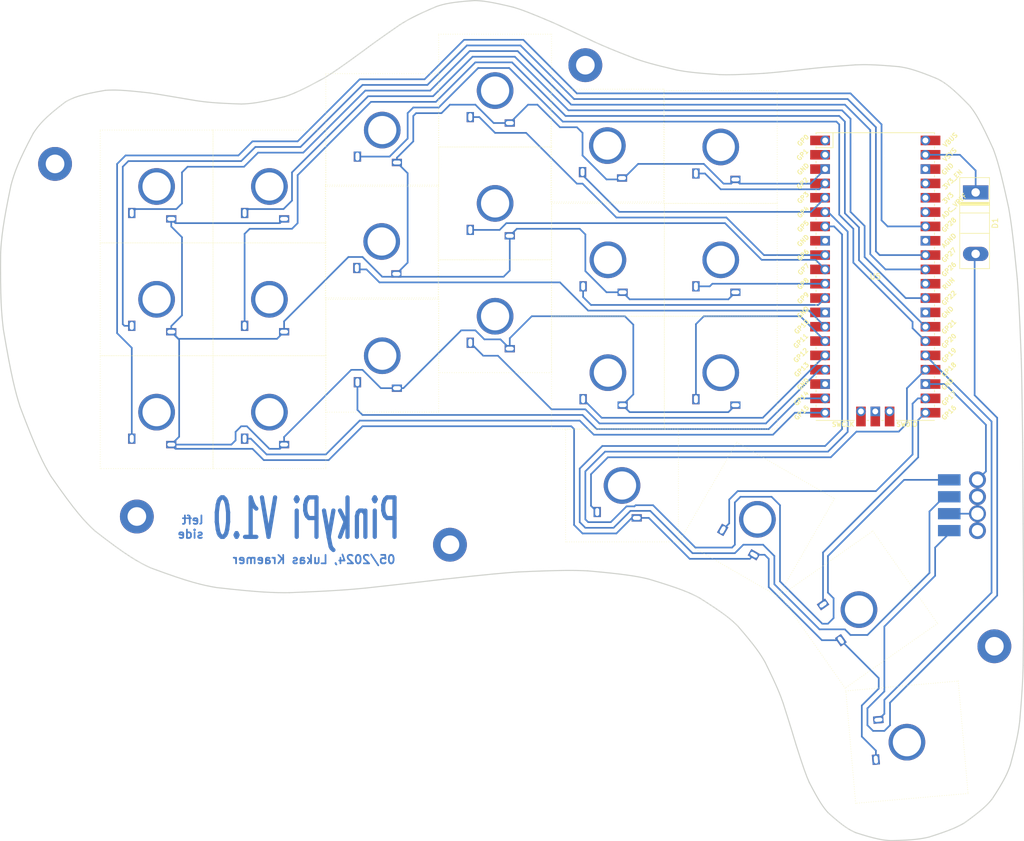
<source format=kicad_pcb>
(kicad_pcb (version 20240108) (generator "pcbnew") (generator_version "8.0")
  (layers (0 "F.Cu" signal) (31 "B.Cu" signal) (34 "B.Paste" user) (35 "F.Paste" user) (36 "B.SilkS" user "B.Silkscreen") (37 "F.SilkS" user "F.Silkscreen") (38 "B.Mask" user) (39 "F.Mask" user) (44 "Edge.Cuts" user))
  (net 0 "")
  (net 1 "Net-(D1-K)")
  (net 2 "Net-(D1-A)")
  (net 3 "GND")
  (net 4 "/L1")
  (net 5 "/L4")
  (net 6 "/L7")
  (net 7 "/L10")
  (net 8 "/L2")
  (net 9 "/L3")
  (net 10 "/L11")
  (net 11 "/L17")
  (net 12 "/L18")
  (net 13 "/L5")
  (net 14 "Net-(U23-RX)")
  (net 16 "/L12")
  (net 17 "Net-(U23-TX)")
  (net 18 "/L20")
  (net 19 "/L6")
  (net 22 "/L22")
  (net 23 "/L15")
  (net 29 "/L16")
  (net 31 "/L13")
  (net 32 "/L8")
  (net 33 "/L9")
  (net 34 "/L14")
  (net 35 "/L19")
  (net 38 "/L21")
  (footprint "1:Gateron Switch Footprint" (layer "F.Cu") (at 148.4 41.75)
    (property "Reference" "U7" (hide yes))
    (property "Value" "~" (hide yes))
  )
  (footprint "1:Gateron Switch Footprint" (layer "F.Cu") (at 128.5 52)
    (property "Reference" "U2" (hide yes))
    (property "Value" "~" (hide yes))
  )
  (footprint "1:Gateron Switch Footprint" (layer "F.Cu") (at 68.5 69)
    (property "Reference" "U18" (hide yes))
    (property "Value" "~" (hide yes))
  )
  (footprint "MCU_RaspberryPi_and_Boards:RPi_Pico_SMD_TH" (layer "F.Cu") (at 195.89 64.97)
    (property "Reference" "U5")
    (property "Value" "Pico")
  )
  (footprint "1:Gateron Switch Footprint" (layer "F.Cu") (at 168.5 42)
    (property "Reference" "U1" (hide yes))
    (property "Value" "~" (hide yes))
  )
  (footprint "1:Gateron Switch Footprint" (layer "F.Cu") (at 68.5 49)
    (property "Reference" "U21" (hide yes))
    (property "Value" "~" (hide yes))
  )
  (footprint "1:Gateron Switch Footprint" (layer "F.Cu") (at 128.5 32)
    (property "Reference" "U12" (hide yes))
    (property "Value" "~" (hide yes))
  )
  (footprint "1:Gateron Switch Footprint" (layer "F.Cu") (at 151 102)
    (property "Reference" "U16" (hide yes))
    (property "Value" "~" (hide yes))
  )
  (footprint "1:Gateron Switch Footprint" (layer "F.Cu") (at 88.5 89)
    (property "Reference" "U11" (hide yes))
    (property "Value" "~" (hide yes))
  )
  (footprint "1:Gateron Switch Footprint" (layer "F.Cu") (at 88.5 69)
    (property "Reference" "U3" (hide yes))
    (property "Value" "~" (hide yes))
  )
  (footprint "1:Gateron Switch Footprint" (layer "F.Cu") (at 88.5 49)
    (property "Reference" "U22" (hide yes))
    (property "Value" "~" (hide yes))
  )
  (footprint "1:Gateron Switch Footprint" (layer "F.Cu") (at 148.5 62)
    (property "Reference" "U13" (hide yes))
    (property "Value" "~" (hide yes))
  )
  (footprint "1:Gateron Switch Footprint" (layer "F.Cu") (at 108.4 58.75)
    (property "Reference" "U9" (hide yes))
    (property "Value" "~" (hide yes))
  )
  (footprint "1:Gateron Switch Footprint" (layer "F.Cu") (at 175 108 -30)
    (property "Reference" "U24" (hide yes))
    (property "Value" "~" (hide yes))
  )
  (footprint "1:Gateron Switch Footprint" (layer "F.Cu") (at 201.5 147.5 -85)
    (property "Reference" "U19" (hide yes))
    (property "Value" "~" (hide yes))
  )
  (footprint "AAA:Communication Port" (layer "F.Cu") (at 214 110 90)
    (property "Reference" "U23" (hide yes))
    (property "Value" "~")
  )
  (footprint "1:Gateron Switch Footprint" (layer "F.Cu") (at 168.5 62)
    (property "Reference" "U8" (hide yes))
    (property "Value" "~" (hide yes))
  )
  (footprint "1:Gateron Switch Footprint" (layer "F.Cu") (at 68.5 89)
    (property "Reference" "U20" (hide yes))
    (property "Value" "~" (hide yes))
  )
  (footprint "1:Gateron Switch Footprint" (layer "F.Cu") (at 128.5 72)
    (property "Reference" "U10" (hide yes))
    (property "Value" "~" (hide yes))
  )
  (footprint "1:Gateron Switch Footprint" (layer "F.Cu") (at 108.5 39)
    (property "Reference" "U15" (hide yes))
    (property "Value" "~" (hide yes))
  )
  (footprint "1:Gateron Switch Footprint" (layer "F.Cu") (at 193 124 -55)
    (property "Reference" "U17" (hide yes))
    (property "Value" "~" (hide yes))
  )
  (footprint "1:Gateron Switch Footprint" (layer "F.Cu") (at 108.5 79)
    (property "Reference" "U6" (hide yes))
    (property "Value" "~" (hide yes))
  )
  (footprint "1:Gateron Switch Footprint" (layer "F.Cu") (at 148.5 82)
    (property "Reference" "U4" (hide yes))
    (property "Value" "~" (hide yes))
  )
  (footprint "Diode_THT:D_DO-247_Vertical" (layer "F.Cu") (at 213.68 50.05 -90)
    (property "Reference" "D1")
    (property "Value" "STBR3008WY")
  )
  (footprint "1:Gateron Switch Footprint" (layer "F.Cu") (at 168.5 82)
    (property "Reference" "U14" (hide yes))
    (property "Value" "~" (hide yes))
  )
  (gr_curve (pts (xy 222.00899 94.321869) (xy 222.034041 97.276011) (xy 222.051866 100.214991) (xy 222.094988 108.799416)) (stroke (width 0.2)) (layer "Edge.Cuts"))
  (gr_curve (pts (xy 216.626955 157.534193) (xy 215.813143 158.556796) (xy 214.911706 159.493065) (xy 211.71169 161.791583)) (stroke (width 0.2)) (layer "Edge.Cuts"))
  (gr_curve (pts (xy 184.189751 154.638119) (xy 183.645549 153.406595) (xy 183.152622 152.107218) (xy 181.833413 147.915787)) (stroke (width 0.2)) (layer "Edge.Cuts"))
  (gr_curve (pts (xy 200.117946 27.763765) (xy 201.595836 27.988144) (xy 203.030844 28.306958) (xy 207.004283 29.957497)) (stroke (width 0.2)) (layer "Edge.Cuts"))
  (gr_curve (pts (xy 49.755091 100.34476) (xy 48.423474 98.117396) (xy 47.210558 95.758903) (xy 44.30954 88.071687)) (stroke (width 0.2)) (layer "Edge.Cuts"))
  (gr_curve (pts (xy 111.585905 20.361302) (xy 112.88338 19.530028) (xy 114.181888 18.76982) (xy 118.116492 17.093231)) (stroke (width 0.2)) (layer "Edge.Cuts"))
  (gr_curve (pts (xy 146.055974 23.342856) (xy 147.501724 24.005019) (xy 148.95017 24.647737) (xy 153.317 26.337558)) (stroke (width 0.2)) (layer "Edge.Cuts"))
  (gr_curve (pts (xy 219.520675 52.734884) (xy 219.936836 55.0616) (xy 220.293108 57.502455) (xy 221.059983 65.390359)) (stroke (width 0.2)) (layer "Edge.Cuts"))
  (gr_curve (pts (xy 171.507772 126.905143) (xy 170.34299 125.745375) (xy 169.075879 124.655531) (xy 164.641475 121.874957)) (stroke (width 0.2)) (layer "Edge.Cuts"))
  (gr_curve (pts (xy 155.705924 118.582581) (xy 153.72182 118.109519) (xy 151.643568 117.729816) (xy 144.9023 117.132426)) (stroke (width 0.2)) (layer "Edge.Cuts"))
  (gr_curve (pts (xy 176.353742 133.317232) (xy 175.568111 131.930866) (xy 174.698286 130.586405) (xy 171.507772 126.905143)) (stroke (width 0.2)) (layer "Edge.Cuts"))
  (gr_curve (pts (xy 131.755785 17.230996) (xy 133.161458 17.65528) (xy 134.575817 18.159611) (xy 138.857459 19.99091)) (stroke (width 0.2)) (layer "Edge.Cuts"))
  (gr_curve (pts (xy 219.833688 151.54025) (xy 219.358367 152.919328) (xy 218.804873 154.206028) (xy 216.626955 157.534193)) (stroke (width 0.2)) (layer "Edge.Cuts"))
  (gr_curve (pts (xy 42.702107 48.718312) (xy 43.291485 46.562946) (xy 43.986258 44.553352) (xy 46.649941 39.554381)) (stroke (width 0.2)) (layer "Edge.Cuts"))
  (gr_curve (pts (xy 222.096978 133.90677) (xy 222.047971 136.062329) (xy 221.973069 138.120361) (xy 221.5014 143.699358)) (stroke (width 0.2)) (layer "Edge.Cuts"))
  (gr_curve (pts (xy 184.254311 28.129714) (xy 185.888634 27.951895) (xy 187.524554 27.779899) (xy 192.379014 27.443583)) (stroke (width 0.2)) (layer "Edge.Cuts"))
  (gr_curve (pts (xy 138.857459 19.99091) (xy 140.289749 20.63669) (xy 141.726718 21.31195) (xy 146.055974 23.342856)) (stroke (width 0.2)) (layer "Edge.Cuts"))
  (gr_curve (pts (xy 91.189372 33.082971) (xy 92.670694 32.601703) (xy 94.125455 32.011389) (xy 98.340287 29.69199)) (stroke (width 0.2)) (layer "Edge.Cuts"))
  (gr_curve (pts (xy 40.853813 60.752709) (xy 40.995689 58.137881) (xy 41.255047 55.603717) (xy 42.702107 48.718312)) (stroke (width 0.2)) (layer "Edge.Cuts"))
  (gr_curve (pts (xy 192.410138 163.533472) (xy 191.282158 163.03765) (xy 190.225181 162.43568) (xy 187.539921 160.018086)) (stroke (width 0.2)) (layer "Edge.Cuts"))
  (gr_curve (pts (xy 221.5014 143.699358) (xy 221.293358 145.460519) (xy 221.031386 147.123573) (xy 219.833688 151.54025)) (stroke (width 0.2)) (layer "Edge.Cuts"))
  (gr_curve (pts (xy 79.113508 120.091021) (xy 76.64397 119.6761) (xy 74.237146 119.131457) (xy 67.475914 116.614129)) (stroke (width 0.2)) (layer "Edge.Cuts"))
  (gr_curve (pts (xy 75.445861 33.777068) (xy 77.085698 34.023762) (xy 78.719344 34.230936) (xy 83.52451 34.382761)) (stroke (width 0.2)) (layer "Edge.Cuts"))
  (gr_curve (pts (xy 52.356234 33.998208) (xy 53.645984 33.258153) (xy 55.00242 32.698371) (xy 59.390087 31.960679)) (stroke (width 0.2)) (layer "Edge.Cuts"))
  (gr_curve (pts (xy 105.070338 25.008184) (xy 106.387046 24.027206) (xy 107.692929 23.047992) (xy 111.585905 20.361302)) (stroke (width 0.2)) (layer "Edge.Cuts"))
  (gr_curve (pts (xy 105.595282 120.178315) (xy 102.843361 120.450393) (xy 100.098184 120.685715) (xy 92 121)) (stroke (width 0.2)) (layer "Edge.Cuts"))
  (gr_curve (pts (xy 153.317 26.337558) (xy 154.777502 26.852452) (xy 156.243414 27.316671) (xy 160.69077 28.353571)) (stroke (width 0.2)) (layer "Edge.Cuts"))
  (gr_curve (pts (xy 187.539921 160.018086) (xy 186.725245 159.115494) (xy 185.989698 158.118373) (xy 184.189751 154.638119)) (stroke (width 0.2)) (layer "Edge.Cuts"))
  (gr_curve (pts (xy 181.833413 147.915787) (xy 181.403354 146.482214) (xy 180.977215 145.016452) (xy 179.549262 140.554811)) (stroke (width 0.2)) (layer "Edge.Cuts"))
  (gr_curve (pts (xy 164.641475 121.874957) (xy 163.058311 121.034698) (xy 161.370632 120.282385) (xy 155.705924 118.582581)) (stroke (width 0.2)) (layer "Edge.Cuts"))
  (gr_curve (pts (xy 132.611346 117.326116) (xy 130.035964 117.498785) (xy 127.410585 117.727864) (xy 119.325104 118.621512)) (stroke (width 0.2)) (layer "Edge.Cuts"))
  (gr_curve (pts (xy 119.325104 118.621512) (xy 116.604473 118.938431) (xy 113.861549 119.269058) (xy 105.595282 120.178315)) (stroke (width 0.2)) (layer "Edge.Cuts"))
  (gr_curve (pts (xy 216.792937 42.340703) (xy 217.47625 44.154606) (xy 218.087178 46.108135) (xy 219.520675 52.734884)) (stroke (width 0.2)) (layer "Edge.Cuts"))
  (gr_curve (pts (xy 192.379014 27.443583) (xy 193.980733 27.376751) (xy 195.56342 27.360281) (xy 200.117946 27.763765)) (stroke (width 0.2)) (layer "Edge.Cuts"))
  (gr_curve (pts (xy 198.640685 164.951013) (xy 197.304904 164.877831) (xy 195.997897 164.701315) (xy 192.410138 163.533472)) (stroke (width 0.2)) (layer "Edge.Cuts"))
  (gr_curve (pts (xy 92 121) (xy 89.333049 121.022884) (xy 86.701678 120.958579) (xy 79.113508 120.091021)) (stroke (width 0.2)) (layer "Edge.Cuts"))
  (gr_curve (pts (xy 205.427 164.312374) (xy 204.084871 164.634715) (xy 202.716915 164.863049) (xy 198.640685 164.951013)) (stroke (width 0.2)) (layer "Edge.Cuts"))
  (gr_curve (pts (xy 41.346003 74.379506) (xy 41.002854 71.595507) (xy 40.783774 68.814585) (xy 40.853813 60.752709)) (stroke (width 0.2)) (layer "Edge.Cuts"))
  (gr_curve (pts (xy 124.825774 16.045334) (xy 126.190243 16.072125) (xy 127.566136 16.21344) (xy 131.755785 17.230996)) (stroke (width 0.2)) (layer "Edge.Cuts"))
  (gr_curve (pts (xy 57.562858 110.04791) (xy 55.779983 108.412945) (xy 54.102899 106.618451) (xy 49.755091 100.34476)) (stroke (width 0.2)) (layer "Edge.Cuts"))
  (gr_curve (pts (xy 222.094988 108.799416) (xy 222.109278 111.609285) (xy 222.123683 114.363576) (xy 222.162179 122.184449)) (stroke (width 0.2)) (layer "Edge.Cuts"))
  (gr_curve (pts (xy 207.004283 29.957497) (xy 208.267019 30.633983) (xy 209.466126 31.439804) (xy 212.634274 34.707634)) (stroke (width 0.2)) (layer "Edge.Cuts"))
  (gr_curve (pts (xy 212.634274 34.707634) (xy 213.616061 35.942512) (xy 214.523099 37.323567) (xy 216.792937 42.340703)) (stroke (width 0.2)) (layer "Edge.Cuts"))
  (gr_curve (pts (xy 221.764791 79.55014) (xy 221.847809 82.474077) (xy 221.908092 85.42867) (xy 222.00899 94.321869)) (stroke (width 0.2)) (layer "Edge.Cuts"))
  (gr_curve (pts (xy 98.340287 29.69199) (xy 99.722763 28.845403) (xy 101.083736 27.932034) (xy 105.070338 25.008184)) (stroke (width 0.2)) (layer "Edge.Cuts"))
  (gr_curve (pts (xy 222.162179 122.184449) (xy 222.171239 124.709216) (xy 222.175036 127.149451) (xy 222.096978 133.90677)) (stroke (width 0.2)) (layer "Edge.Cuts"))
  (gr_curve (pts (xy 179.549262 140.554811) (xy 179.031659 139.069829) (xy 178.467306 137.591297) (xy 176.353742 133.317232)) (stroke (width 0.2)) (layer "Edge.Cuts"))
  (gr_curve (pts (xy 118.116492 17.093231) (xy 119.436965 16.646812) (xy 120.766965 16.315332) (xy 124.825774 16.045334)) (stroke (width 0.2)) (layer "Edge.Cuts"))
  (gr_curve (pts (xy 83.52451 34.382761) (xy 85.105818 34.337861) (xy 86.665541 34.193275) (xy 91.189372 33.082971)) (stroke (width 0.2)) (layer "Edge.Cuts"))
  (gr_curve (pts (xy 221.059983 65.390359) (xy 221.271653 68.100188) (xy 221.441516 70.885794) (xy 221.764791 79.55014)) (stroke (width 0.2)) (layer "Edge.Cuts"))
  (gr_curve (pts (xy 67.475914 116.614129) (xy 65.306367 115.62042) (xy 63.22344 114.470296) (xy 57.562858 110.04791)) (stroke (width 0.2)) (layer "Edge.Cuts"))
  (gr_curve (pts (xy 44.30954 88.071687) (xy 43.466888 85.429225) (xy 42.748877 82.714448) (xy 41.346003 74.379506)) (stroke (width 0.2)) (layer "Edge.Cuts"))
  (gr_curve (pts (xy 144.9023 117.132426) (xy 142.57788 117.019024) (xy 140.17864 116.989314) (xy 132.611346 117.326116)) (stroke (width 0.2)) (layer "Edge.Cuts"))
  (gr_curve (pts (xy 59.390087 31.960679) (xy 60.897096 31.850131) (xy 62.445676 31.866911) (xy 67.254675 32.420555)) (stroke (width 0.2)) (layer "Edge.Cuts"))
  (gr_curve (pts (xy 46.649941 39.554381) (xy 47.628295 38.069734) (xy 48.694948 36.768949) (xy 52.356234 33.998208)) (stroke (width 0.2)) (layer "Edge.Cuts"))
  (gr_curve (pts (xy 211.71169 161.791583) (xy 210.570372 162.472161) (xy 209.358014 163.06667) (xy 205.427 164.312374)) (stroke (width 0.2)) (layer "Edge.Cuts"))
  (gr_curve (pts (xy 67.254675 32.420555) (xy 68.876448 32.659852) (xy 70.514274 32.944142) (xy 75.445861 33.777068)) (stroke (width 0.2)) (layer "Edge.Cuts"))
  (gr_curve (pts (xy 176.14507 28.946479) (xy 177.746929 28.821896) (xy 179.361662 28.666758) (xy 184.254311 28.129714)) (stroke (width 0.2)) (layer "Edge.Cuts"))
  (gr_curve (pts (xy 160.69077 28.353571) (xy 162.183385 28.638061) (xy 163.686745 28.861289) (xy 168.276806 29.174421)) (stroke (width 0.2)) (layer "Edge.Cuts"))
  (gr_curve (pts (xy 168.276806 29.174421) (xy 169.821188 29.223308) (xy 171.38013 29.218453) (xy 176.14507 28.946479)) (stroke (width 0.2)) (layer "Edge.Cuts"))
  (gr_text "05/2024, Lukas Kraemer" (at 111 116 0) (layer "B.Cu") (effects (font (size 1.5 1.5) (thickness 0.3) (bold yes)) (justify left bottom mirror)))
  (gr_text "side" (at 77 111.5 0) (layer "B.Cu") (effects (font (size 1.5 1.5) (thickness 0.3) (bold yes)) (justify left bottom mirror)))
  (gr_text "left" (at 77 109 0) (layer "B.Cu") (effects (font (size 1.5 1.5) (thickness 0.3) (bold yes)) (justify left bottom mirror)))
  (gr_text "PinkyPi V1.0" (at 112 112 0) (layer "B.Cu") (effects (font (size 7 3.5) (thickness 0.75) (bold yes)) (justify left bottom mirror)))
  (via (at 65 107.5) (size 6) (drill 3.3) (layers "F.Cu" "B.Cu") (net 0))
  (via (at 144.5 27.5) (size 6) (drill 3.3) (layers "F.Cu" "B.Cu") (net 0))
  (via (at 50.5 45) (size 6) (drill 3.3) (layers "F.Cu" "B.Cu") (net 0))
  (via (at 217 130.5) (size 6) (drill 3.3) (layers "F.Cu" "B.Cu") (net 0))
  (via (at 120.5 112.5) (size 6) (drill 3.3) (layers "F.Cu" "B.Cu") (net 0))
  (segment (start 213.68 46.18) (end 210.88 43.38) (width 0.3) (layer "B.Cu") (net 1))
  (segment (start 213.68 50.05) (end 213.68 46.18) (width 0.3) (layer "B.Cu") (net 1))
  (segment (start 210.88 43.38) (end 204.78 43.38) (width 0.3) (layer "B.Cu") (net 1))
  (segment (start 217.5 121.5) (end 198.5 140.5) (width 0.3) (layer "B.Cu") (net 2))
  (segment (start 213.5 86) (end 217.5 90) (width 0.3) (layer "B.Cu") (net 2))
  (segment (start 194.5 144.5) (end 194.5 141.5) (width 0.3) (layer "B.Cu") (net 2))
  (segment (start 206.5 118) (end 206.5 113) (width 0.3) (layer "B.Cu") (net 2))
  (segment (start 195.5 145.5) (end 194.5 144.5) (width 0.3) (layer "B.Cu") (net 2))
  (segment (start 197.5 145.5) (end 195.5 145.5) (width 0.3) (layer "B.Cu") (net 2))
  (segment (start 213.68 60.95) (end 213.5 61.13) (width 0.3) (layer "B.Cu") (net 2))
  (segment (start 198.5 140.5) (end 198.5 144.5) (width 0.3) (layer "B.Cu") (net 2))
  (segment (start 217.5 90) (end 217.5 121.5) (width 0.3) (layer "B.Cu") (net 2))
  (segment (start 197.5 138.5) (end 197.5 127) (width 0.3) (layer "B.Cu") (net 2))
  (segment (start 197.5 127) (end 206.5 118) (width 0.3) (layer "B.Cu") (net 2))
  (segment (start 198.5 144.5) (end 197.5 145.5) (width 0.3) (layer "B.Cu") (net 2))
  (segment (start 209 110.5) (end 209 110) (width 0.3) (layer "B.Cu") (net 2))
  (segment (start 194.5 141.5) (end 197.5 138.5) (width 0.3) (layer "B.Cu") (net 2))
  (segment (start 213.5 61.13) (end 213.5 86) (width 0.3) (layer "B.Cu") (net 2))
  (segment (start 206.5 113) (end 209 110.5) (width 0.3) (layer "B.Cu") (net 2))
  (segment (start 91.1 94.75) (end 90.35 95.5) (width 0.3) (layer "B.Cu") (net 3))
  (segment (start 71.1 74.75) (end 71.1 73.75) (width 0.3) (layer "B.Cu") (net 3))
  (segment (start 88.5 95.5) (end 84.5 91.5) (width 0.3) (layer "B.Cu") (net 3))
  (segment (start 152.75 107.75) (end 150 110.5) (width 0.3) (layer "B.Cu") (net 3))
  (segment (start 155.75 107.75) (end 153.6 107.75) (width 0.3) (layer "B.Cu") (net 3))
  (segment (start 105 91.5) (end 99 97.5) (width 0.3) (layer "B.Cu") (net 3))
  (segment (start 73 71.85) (end 73 58) (width 0.3) (layer "B.Cu") (net 3))
  (segment (start 119 36) (end 114.5 36) (width 0.3) (layer "B.Cu") (net 3))
  (segment (start 215.5 91.25) (end 208.27 84.02) (width 0.3) (layer "B.Cu") (net 3))
  (segment (start 135 72) (end 131.1 75.9) (width 0.3) (layer "B.Cu") (net 3))
  (segment (start 108.5 65) (end 105 61.5) (width 0.3) (layer "B.Cu") (net 3))
  (segment (start 171.1 67.75) (end 169.85 69) (width 0.3) (layer "B.Cu") (net 3))
  (segment (start 144 43.5) (end 144 39.5) (width 0.3) (layer "B.Cu") (net 3))
  (segment (start 187 45.92) (end 184.42 48.5) (width 0.3) (layer "B.Cu") (net 3))
  (segment (start 169 48.5) (end 165.5 45) (width 0.3) (layer "B.Cu") (net 3))
  (segment (start 87.5 97.5) (end 85.5 95.5) (width 0.3) (layer "B.Cu") (net 3))
  (segment (start 195.998486 148.998486) (end 193.5 146.5) (width 0.3) (layer "B.Cu") (net 3))
  (segment (start 142.5 92) (end 142 91.5) (width 0.3) (layer "B.Cu") (net 3))
  (segment (start 144 39.5) (end 143 38.5) (width 0.3) (layer "B.Cu") (net 3))
  (segment (start 186.42786 129.42786) (end 189.781174 129.42786) (width 0.3) (layer "B.Cu") (net 3))
  (segment (start 126.6 76.1) (end 125 74.5) (width 0.3) (layer "B.Cu") (net 3))
  (segment (start 144.5 57.5) (end 143.5 56.5) (width 0.3) (layer "B.Cu") (net 3))
  (segment (start 71.85 95.5) (end 71.1 94.75) (width 0.3) (layer "B.Cu") (net 3))
  (segment (start 170.35 48.5) (end 169 48.5) (width 0.3) (layer "B.Cu") (net 3))
  (segment (start 114 41) (end 111.1 43.9) (width 0.3) (layer "B.Cu") (net 3))
  (segment (start 196.5 136.146686) (end 189.781174 129.42786) (width 0.3) (layer "B.Cu") (net 3))
  (segment (start 163 115) (end 155.75 107.75) (width 0.3) (layer "B.Cu") (net 3))
  (segment (start 120.5 34.5) (end 119 36) (width 0.3) (layer "B.Cu") (net 3))
  (segment (start 89.85 76) (end 72.35 76) (width 0.3) (layer "B.Cu") (net 3))
  (segment (start 71.1 74.75) (end 72.5 76.15) (width 0.3) (layer "B.Cu") (net 3))
  (segment (start 71.1 56.1) (end 71.1 54.75) (width 0.3) (layer "B.Cu") (net 3))
  (segment (start 148.25 47.75) (end 144 43.5) (width 0.3) (layer "B.Cu") (net 3))
  (segment (start 91.1 94.75) (end 91.1 93.4) (width 0.3) (layer "B.Cu") (net 3))
  (segment (start 171.1 87.75) (end 169.85 89) (width 0.3) (layer "B.Cu") (net 3))
  (segment (start 131.1 63.9) (end 130 65) (width 0.3) (layer "B.Cu") (net 3))
  (segment (start 193.5 141) (end 196.5 138) (width 0.3) (layer "B.Cu") (net 3))
  (segment (start 131.1 77.75) (end 129.45 76.1) (width 0.3) (layer "B.Cu") (net 3))
  (segment (start 71.1 54.75) (end 71.85 55.5) (width 0.3) (layer "B.Cu") (net 3))
  (segment (start 72.5 76.15) (end 72.5 93.35) (width 0.3) (layer "B.Cu") (net 3))
  (segment (start 72.5 93.35) (end 71.1 94.75) (width 0.3) (layer "B.Cu") (net 3))
  (segment (start 150 110.5) (end 144 110.5) (width 0.3) (layer "B.Cu") (net 3))
  (segment (start 153 85.85) (end 153 73.5) (width 0.3) (layer "B.Cu") (net 3))
  (segment (start 193.5 146.5) (end 193.5 141) (width 0.3) (layer "B.Cu") (net 3))
  (segment (start 152.35 69) (end 151.1 67.75) (width 0.3) (layer "B.Cu") (net 3))
  (segment (start 91.1 72.9) (end 91.1 74.75) (width 0.3) (layer "B.Cu") (net 3))
  (segment (start 102.5 61.5) (end 91.1 72.9) (width 0.3) (layer "B.Cu") (net 3))
  (segment (start 196.5 138) (end 196.5 136.146686) (width 0.3) (layer "B.Cu") (net 3))
  (segment (start 151.5 72) (end 135 72) (width 0.3) (layer "B.Cu") (net 3))
  (segment (start 83.5 91.5) (end 82.5 92.5) (width 0.3) (layer "B.Cu") (net 3))
  (segment (start 176.279646 114.279646) (end 177 115) (width 0.3) (layer "B.Cu") (net 3))
  (segment (start 131.1 57.75) (end 131.1 63.9) (width 0.3) (layer "B.Cu") (net 3))
  (segment (start 73 58) (end 71.1 56.1) (width 0.3) (layer "B.Cu") (net 3))
  (segment (start 91.1 74.75) (end 89.85 76) (width 0.3) (layer "B.Cu") (net 3))
  (segment (start 111.1 43.9) (end 111.1 44.75) (width 0.3) (layer "B.Cu") (net 3))
  (segment (start 195.998486 150.591252) (end 195.998486 148.998486) (width 0.3) (layer "B.Cu") (net 3))
  (segment (start 151.1 87.75) (end 153 85.85) (width 0.3) (layer "B.Cu") (net 3))
  (segment (start 113 46.65) (end 113 62.5) (width 0.3) (layer "B.Cu") (net 3))
  (segment (start 84.5 91.5) (end 83.5 91.5) (width 0.3) (layer "B.Cu") (net 3))
  (segment (start 184.42 48.5) (end 171.85 48.5) (width 0.3) (layer "B.Cu") (net 3))
  (segment (start 214 101) (end 215.5 99.5) (width 0.3) (layer "B.Cu") (net 3))
  (segment (start 208.27 84.02) (end 204.78 84.02) (width 0.3) (layer "B.Cu") (net 3))
  (segment (start 91.1 93.4) (end 103 81.5) (width 0.3) (layer "B.Cu") (net 3))
  (segment (start 134.35 34.5) (end 131.1 37.75) (width 0.3) (layer "B.Cu") (net 3))
  (segment (start 174.376667 114.279646) (end 173.656313 115) (width 0.3) (layer "B.Cu") (net 3))
  (segment (start 173.656313 115) (end 163 115) (width 0.3) (layer "B.Cu") (net 3))
  (segment (start 171.1 47.75) (end 170.35 48.5) (width 0.3) (layer "B.Cu") (net 3))
  (segment (start 82.5 92.5) (end 82.5 94) (width 0.3) (layer "B.Cu") (net 3))
  (segment (start 144.5 64) (end 144.5 57.5) (width 0.3) (layer "B.Cu") (net 3))
  (segment (start 153.85 45) (end 151.1 47.75) (width 0.3) (layer "B.Cu") (net 3))
  (segment (start 111.1 44.75) (end 113 46.65) (width 0.3) (layer "B.Cu") (net 3))
  (segment (start 131.1 37.75) (end 128.25 37.75) (width 0.3) (layer "B.Cu") (net 3))
  (segment (start 142.5 109) (end 142.5 92) (width 0.3) (layer "B.Cu") (net 3))
  (segment (start 103 81.5) (end 105 81.5) (width 0.3) (layer "B.Cu") (net 3))
  (segment (start 81.75 94.75) (end 71.1 94.75) (width 0.3) (layer "B.Cu") (net 3))
  (segment (start 165.5 45) (end 153.85 45) (width 0.3) (layer "B.Cu") (net 3))
  (segment (start 130 65) (end 111.35 65) (width 0.3) (layer "B.Cu") (net 3))
  (segment (start 72.35 76) (end 71.1 74.75) (width 0.3) (layer "B.Cu") (net 3))
  (segment (start 177 120) (end 186.42786 129.42786) (width 0.3) (layer "B.Cu") (net 3))
  (segment (start 151.1 47.75) (end 148.25 47.75) (width 0.3) (layer "B.Cu") (net 3))
  (segment (start 129.45 76.1) (end 126.6 76.1) (width 0.3) (layer "B.Cu") (net 3))
  (segment (start 112.25 84.75) (end 111.1 84.75) (width 0.3) (layer "B.Cu") (net 3))
  (segment (start 111 64.5) (end 110.5 65) (width 0.3) (layer "B.Cu") (net 3))
  (segment (start 152.35 89) (end 151.1 87.75) (width 0.3) (layer "B.Cu") (net 3))
  (segment (start 144 110.5) (end 142.5 109) (width 0.3) (layer "B.Cu") (net 3))
  (segment (start 153.6 107.75) (end 152.75 107.75) (width 0.3) (layer "B.Cu") (net 3))
  (segment (start 151.1 67.75) (end 148.25 67.75) (width 0.3) (layer "B.Cu") (net 3))
  (segment (start 82.5 94) (end 81.75 94.75) (width 0.3) (layer "B.Cu") (net 3))
  (segment (start 177 115) (end 177 120) (width 0.3) (layer "B.Cu") (net 3))
  (segment (start 85.5 95.5) (end 71.85 95.5) (width 0.3) (layer "B.Cu") (net 3))
  (segment (start 111.35 65) (end 111.1 64.75) (width 0.3) (layer "B.Cu") (net 3))
  (segment (start 110.5 65) (end 108.5 65) (width 0.3) (layer "B.Cu") (net 3))
  (segment (start 169.85 69) (end 152.35 69) (width 0.3) (layer "B.Cu") (net 3))
  (segment (start 90.35 55.5) (end 91.1 54.75) (width 0.3) (layer "B.Cu") (net 3))
  (segment (start 143.5 56.5) (end 132.35 56.5) (width 0.3) (layer "B.Cu") (net 3))
  (segment (start 214 101) (end 214 104) (width 0.3) (layer "B.Cu") (net 3))
  (segment (start 99 97.5) (end 87.5 97.5) (width 0.3) (layer "B.Cu") (net 3))
  (segment (start 71.85 55.5) (end 90.35 55.5) (width 0.3) (layer "B.Cu") (net 3))
  (segment (start 214 110) (end 214 107) (width 0.3) (layer "B.Cu") (net 3))
  (segment (start 114 36.5) (end 114 41) (width 0.3) (layer "B.Cu") (net 3))
  (segment (start 125 34.5) (end 120.5 34.5) (width 0.3) (layer "B.Cu") (net 3))
  (segment (start 174.376667 114.279646) (end 176.279646 114.279646) (width 0.3) (layer "B.Cu") (net 3))
  (segment (start 105 61.5) (end 102.5 61.5) (width 0.3) (layer "B.Cu") (net 3))
  (segment (start 142 91.5) (end 105 91.5) (width 0.3) (layer "B.Cu") (net 3))
  (segment (start 113 62.5) (end 111 64.5) (width 0.3) (layer "B.Cu") (net 3))
  (segment (start 215.5 99.5) (end 215.5 91.25) (width 0.3) (layer "B.Cu") (net 3))
  (segment (start 153 73.5) (end 151.5 72) (width 0.3) (layer "B.Cu") (net 3))
  (segment (start 169.85 89) (end 152.35 89) (width 0.3) (layer "B.Cu") (net 3))
  (segment (start 108.25 84.75) (end 111.1 84.75) (width 0.3) (layer "B.Cu") (net 3))
  (segment (start 90.35 95.5) (end 88.5 95.5) (width 0.3) (layer "B.Cu") (net 3))
  (segment (start 114.5 36) (end 114 36.5) (width 0.3) (layer "B.Cu") (net 3))
  (segment (start 209 107) (end 214 107) (width 0.3) (layer "B.Cu") (net 3))
  (segment (start 143 38.5) (end 140 38.5) (width 0.3) (layer "B.Cu") (net 3))
  (segment (start 214 107) (end 214 104) (width 0.3) (layer "B.Cu") (net 3))
  (segment (start 132.35 56.5) (end 131.1 57.75) (width 0.3) (layer "B.Cu") (net 3))
  (segment (start 148.25 67.75) (end 144.5 64) (width 0.3) (layer "B.Cu") (net 3))
  (segment (start 125 74.5) (end 122.5 74.5) (width 0.3) (layer "B.Cu") (net 3))
  (segment (start 136 34.5) (end 134.35 34.5) (width 0.3) (layer "B.Cu") (net 3))
  (segment (start 140 38.5) (end 136 34.5) (width 0.3) (layer "B.Cu") (net 3))
  (segment (start 131.1 75.9) (end 131.1 77.75) (width 0.3) (layer "B.Cu") (net 3))
  (segment (start 171.85 48.5) (end 171.1 47.75) (width 0.3) (layer "B.Cu") (net 3))
  (segment (start 128.25 37.75) (end 125 34.5) (width 0.3) (layer "B.Cu") (net 3))
  (segment (start 122.5 74.5) (end 112.25 84.75) (width 0.3) (layer "B.Cu") (net 3))
  (segment (start 71.1 73.75) (end 73 71.85) (width 0.3) (layer "B.Cu") (net 3))
  (segment (start 105 81.5) (end 108.25 84.75) (width 0.3) (layer "B.Cu") (net 3))
  (segment (start 186.15 49.31) (end 187 48.46) (width 0.2) (layer "F.Cu") (net 4))
  (segment (start 164.1 46.7) (end 165.7 46.7) (width 0.3) (layer "B.Cu") (net 4))
  (segment (start 168.5 49.5) (end 185.96 49.5) (width 0.3) (layer "B.Cu") (net 4))
  (segment (start 185.96 49.5) (end 187 48.46) (width 0.3) (layer "B.Cu") (net 4))
  (segment (start 165.7 46.7) (end 168.5 49.5) (width 0.3) (layer "B.Cu") (net 4))
  (segment (start 169.25 55.5) (end 175.75 62) (width 0.3) (layer "B.Cu") (net 5))
  (segment (start 129.3 56.7) (end 130.5 55.5) (width 0.3) (layer "B.Cu") (net 5))
  (segment (start 175.75 62) (end 185.3 62) (width 0.3) (layer "B.Cu") (net 5))
  (segment (start 185.3 62) (end 187 63.7) (width 0.3) (layer "B.Cu") (net 5))
  (segment (start 124.1 56.7) (end 129.3 56.7) (width 0.3) (layer "B.Cu") (net 5))
  (segment (start 130.5 55.5) (end 169.25 55.5) (width 0.3) (layer "B.Cu") (net 5))
  (segment (start 105 31) (end 116.5 31) (width 0.3) (layer "B.Cu") (net 6))
  (segment (start 64.1 73.7) (end 62.8 73.7) (width 0.3) (layer "B.Cu") (net 6))
  (segment (start 94 42) (end 105 31) (width 0.3) (layer "B.Cu") (net 6))
  (segment (start 196 38.5) (end 196 60.5) (width 0.3) (layer "B.Cu") (net 6))
  (segment (start 62.5 45.5) (end 63.5 44.5) (width 0.3) (layer "B.Cu") (net 6))
  (segment (start 62.5 73.4) (end 62.5 45.5) (width 0.3) (layer "B.Cu") (net 6))
  (segment (start 142.5 33.5) (end 191 33.5) (width 0.3) (layer "B.Cu") (net 6))
  (segment (start 86 42) (end 94 42) (width 0.3) (layer "B.Cu") (net 6))
  (segment (start 83.5 44.5) (end 86 42) (width 0.3) (layer "B.Cu") (net 6))
  (segment (start 191 33.5) (end 196 38.5) (width 0.3) (layer "B.Cu") (net 6))
  (segment (start 196 60.5) (end 196.66 61.16) (width 0.3) (layer "B.Cu") (net 6))
  (segment (start 196.66 61.16) (end 204.78 61.16) (width 0.3) (layer "B.Cu") (net 6))
  (segment (start 123.5 24) (end 133 24) (width 0.3) (layer "B.Cu") (net 6))
  (segment (start 116.5 31) (end 123.5 24) (width 0.3) (layer "B.Cu") (net 6))
  (segment (start 63.5 44.5) (end 83.5 44.5) (width 0.3) (layer "B.Cu") (net 6))
  (segment (start 133 24) (end 142.5 33.5) (width 0.3) (layer "B.Cu") (net 6))
  (segment (start 62.8 73.7) (end 62.5 73.4) (width 0.3) (layer "B.Cu") (net 6))
  (segment (start 144.1 86.7) (end 147.4 90) (width 0.3) (layer "B.Cu") (net 7))
  (segment (start 147.4 90) (end 175.94 90) (width 0.3) (layer "B.Cu") (net 7))
  (segment (start 175.94 90) (end 187 78.94) (width 0.3) (layer "B.Cu") (net 7))
  (segment (start 150.525 53.5) (end 184.5 53.5) (width 0.3) (layer "B.Cu") (net 8))
  (segment (start 144 46.45) (end 144 46.975) (width 0.2) (layer "B.Cu") (net 8))
  (segment (start 184.5 53.5) (end 187 51) (width 0.3) (layer "B.Cu") (net 8))
  (segment (start 144 46.975) (end 150.525 53.5) (width 0.3) (layer "B.Cu") (net 8))
  (segment (start 128.5 39.5) (end 125.7 36.7) (width 0.3) (layer "B.Cu") (net 9))
  (segment (start 125.7 36.7) (end 124.1 36.7) (width 0.3) (layer "B.Cu") (net 9))
  (segment (start 176.16 61.16) (end 169.5 54.5) (width 0.3) (layer "B.Cu") (net 9))
  (segment (start 169.5 54.5) (end 150 54.5) (width 0.3) (layer "B.Cu") (net 9))
  (segment (start 134 39.5) (end 128.5 39.5) (width 0.3) (layer "B.Cu") (net 9))
  (segment (start 144 48.5) (end 143 48.5) (width 0.3) (layer "B.Cu") (net 9))
  (segment (start 143 48.5) (end 134 39.5) (width 0.3) (layer "B.Cu") (net 9))
  (segment (start 187 61.16) (end 176.16 61.16) (width 0.3) (layer "B.Cu") (net 9))
  (segment (start 150 54.5) (end 144 48.5) (width 0.3) (layer "B.Cu") (net 9))
  (segment (start 186.02 81.48) (end 187 81.48) (width 0.3) (layer "B.Cu") (net 10))
  (segment (start 176.5 91) (end 186.02 81.48) (width 0.3) (layer "B.Cu") (net 10))
  (segment (start 147 91) (end 176.5 91) (width 0.3) (layer "B.Cu") (net 10))
  (segment (start 124.1 76.7) (end 126.4 79) (width 0.3) (layer "B.Cu") (net 10))
  (segment (start 138.5 88.5) (end 144.5 88.5) (width 0.3) (layer "B.Cu") (net 10))
  (segment (start 126.4 79) (end 129 79) (width 0.3) (layer "B.Cu") (net 10))
  (segment (start 129 79) (end 138.5 88.5) (width 0.3) (layer "B.Cu") (net 10))
  (segment (start 144.5 88.5) (end 147 91) (width 0.3) (layer "B.Cu") (net 10))
  (segment (start 216.5 90.66) (end 204.78 78.94) (width 0.3) (layer "B.Cu") (net 11))
  (segment (start 216.5 121) (end 216.5 90.66) (width 0.3) (layer "B.Cu") (net 11))
  (segment (start 196.4344 143.526375) (end 197.5 142.460775) (width 0.3) (layer "B.Cu") (net 11))
  (segment (start 197.5 142.460775) (end 197.5 140) (width 0.3) (layer "B.Cu") (net 11))
  (segment (start 197.5 140) (end 216.5 121) (width 0.3) (layer "B.Cu") (net 11))
  (segment (start 202.5 73) (end 202.5 74.12) (width 0.3) (layer "B.Cu") (net 12))
  (segment (start 113 40.5) (end 113 36) (width 0.3) (layer "B.Cu") (net 12))
  (segment (start 113 36) (end 114 35) (width 0.3) (layer "B.Cu") (net 12))
  (segment (start 131 28) (end 140.5 37.5) (width 0.3) (layer "B.Cu") (net 12))
  (segment (start 118.5 35) (end 125.5 28) (width 0.3) (layer "B.Cu") (net 12))
  (segment (start 114 35) (end 118.5 35) (width 0.3) (layer "B.Cu") (net 12))
  (segment (start 189.5 54) (end 192 56.5) (width 0.3) (layer "B.Cu") (net 12))
  (segment (start 189 37.5) (end 189.5 38) (width 0.3) (layer "B.Cu") (net 12))
  (segment (start 192 62.5) (end 202.5 73) (width 0.3) (layer "B.Cu") (net 12))
  (segment (start 140.5 37.5) (end 189 37.5) (width 0.3) (layer "B.Cu") (net 12))
  (segment (start 109.8 43.7) (end 113 40.5) (width 0.3) (layer "B.Cu") (net 12))
  (segment (start 192 56.5) (end 192 62.5) (width 0.3) (layer "B.Cu") (net 12))
  (segment (start 125.5 28) (end 131 28) (width 0.3) (layer "B.Cu") (net 12))
  (segment (start 189.5 38) (end 189.5 54) (width 0.3) (layer "B.Cu") (net 12))
  (segment (start 202.5 74.12) (end 204.78 76.4) (width 0.3) (layer "B.Cu") (net 12))
  (segment (start 104.1 43.7) (end 109.8 43.7) (width 0.3) (layer "B.Cu") (net 12))
  (segment (start 167.01 66.24) (end 187 66.24) (width 0.3) (layer "B.Cu") (net 13))
  (segment (start 166.55 66.7) (end 167.01 66.24) (width 0.3) (layer "B.Cu") (net 13))
  (segment (start 164.1 66.7) (end 166.55 66.7) (width 0.3) (layer "B.Cu") (net 13))
  (segment (start 194.5 128.5) (end 191.5 128.5) (width 0.3) (layer "B.Cu") (net 14))
  (segment (start 176 112.5) (end 172.5 112.5) (width 0.3) (layer "B.Cu") (net 14))
  (segment (start 187.42 56.5) (end 187 56.08) (width 0.3) (layer "B.Cu") (net 14))
  (segment (start 188.58 56.08) (end 187 56.08) (width 0.3) (layer "B.Cu") (net 14))
  (segment (start 208.1 104) (end 205.5 106.6) (width 0.3) (layer "B.Cu") (net 14))
  (segment (start 187 95) (end 190 92) (width 0.3) (layer "B.Cu") (net 14))
  (segment (start 143.5 108.5) (end 143.5 99) (width 0.3) (layer "B.Cu") (net 14))
  (segment (start 209 104) (end 208.1 104) (width 0.3) (layer "B.Cu") (net 14))
  (segment (start 144.5 109.5) (end 143.5 108.5) (width 0.3) (layer "B.Cu") (net 14))
  (segment (start 172.5 112.5) (end 171 114) (width 0.3) (layer "B.Cu") (net 14))
  (segment (start 163.5 114) (end 156 106.5) (width 0.3) (layer "B.Cu") (net 14))
  (segment (start 149.5 109.5) (end 144.5 109.5) (width 0.3) (layer "B.Cu") (net 14))
  (segment (start 190 57.5) (end 188.58 56.08) (width 0.3) (layer "B.Cu") (net 14))
  (segment (start 186 127.5) (end 178 119.5) (width 0.3) (layer "B.Cu") (net 14))
  (segment (start 178 114.5) (end 176 112.5) (width 0.3) (layer "B.Cu") (net 14))
  (segment (start 171 114) (end 163.5 114) (width 0.3) (layer "B.Cu") (net 14))
  (segment (start 152.5 106.5) (end 149.5 109.5) (width 0.3) (layer "B.Cu") (net 14))
  (segment (start 190 92) (end 190 57.5) (width 0.3) (layer "B.Cu") (net 14))
  (segment (start 156 106.5) (end 152.5 106.5) (width 0.3) (layer "B.Cu") (net 14))
  (segment (start 178 119.5) (end 178 114.5) (width 0.3) (layer "B.Cu") (net 14))
  (segment (start 205.5 106.6) (end 205.5 117.5) (width 0.3) (layer "B.Cu") (net 14))
  (segment (start 205.5 117.5) (end 194.5 128.5) (width 0.3) (layer "B.Cu") (net 14))
  (segment (start 143.5 99) (end 147.5 95) (width 0.3) (layer "B.Cu") (net 14))
  (segment (start 191.5 128.5) (end 190.5 127.5) (width 0.3) (layer "B.Cu") (net 14))
  (segment (start 147.5 95) (end 187 95) (width 0.3) (layer "B.Cu") (net 14))
  (segment (start 190.5 127.5) (end 186 127.5) (width 0.3) (layer "B.Cu") (net 14))
  (segment (start 64.1 93.7) (end 64.1 77.6) (width 0.3) (layer "B.Cu") (net 16))
  (segment (start 83 43.5) (end 85.5 41) (width 0.3) (layer "B.Cu") (net 16))
  (segment (start 197 55) (end 198.08 56.08) (width 0.3) (layer "B.Cu") (net 16))
  (segment (start 116 30) (end 123 23) (width 0.3) (layer "B.Cu") (net 16))
  (segment (start 93.5 41) (end 104.5 30) (width 0.3) (layer "B.Cu") (net 16))
  (segment (start 197 38) (end 197 55) (width 0.3) (layer "B.Cu") (net 16))
  (segment (start 61.5 45) (end 63 43.5) (width 0.3) (layer "B.Cu") (net 16))
  (segment (start 104.5 30) (end 116 30) (width 0.3) (layer "B.Cu") (net 16))
  (segment (start 191.5 32.5) (end 197 38) (width 0.3) (layer "B.Cu") (net 16))
  (segment (start 133.5 23) (end 143 32.5) (width 0.3) (layer "B.Cu") (net 16))
  (segment (start 123 23) (end 133.5 23) (width 0.3) (layer "B.Cu") (net 16))
  (segment (start 85.5 41) (end 93.5 41) (width 0.3) (layer "B.Cu") (net 16))
  (segment (start 63 43.5) (end 83 43.5) (width 0.3) (layer "B.Cu") (net 16))
  (segment (start 61.5 75) (end 61.5 45) (width 0.3) (layer "B.Cu") (net 16))
  (segment (start 198.08 56.08) (end 204.78 56.08) (width 0.3) (layer "B.Cu") (net 16))
  (segment (start 143 32.5) (end 191.5 32.5) (width 0.3) (layer "B.Cu") (net 16))
  (segment (start 64.1 77.6) (end 61.5 75) (width 0.3) (layer "B.Cu") (net 16))
  (segment (start 171 112.5) (end 170.5 113) (width 0.3) (layer "B.Cu") (net 17))
  (segment (start 188.5 125.5) (end 187.5 126.5) (width 0.3) (layer "B.Cu") (net 17))
  (segment (start 170.5 113) (end 164 113) (width 0.3) (layer "B.Cu") (net 17))
  (segment (start 153.2 105.7) (end 151.8 105.7) (width 0.3) (layer "B.Cu") (net 17))
  (segment (start 191 92.5) (end 191 57) (width 0.3) (layer "B.Cu") (net 17))
  (segment (start 149 108.5) (end 145 108.5) (width 0.3) (layer "B.Cu") (net 17))
  (segment (start 153.4 105.5) (end 153.2 105.7) (width 0.3) (layer "B.Cu") (net 17))
  (segment (start 179 119) (end 179 105.5) (width 0.3) (layer "B.Cu") (net 17))
  (segment (start 164 113) (end 156.5 105.5) (width 0.3) (layer "B.Cu") (net 17))
  (segment (start 201 101) (end 187.5 114.5) (width 0.3) (layer "B.Cu") (net 17))
  (segment (start 144.5 108) (end 144.5 99.5) (width 0.3) (layer "B.Cu") (net 17))
  (segment (start 144.5 99.5) (end 148 96) (width 0.3) (layer "B.Cu") (net 17))
  (segment (start 148 96) (end 187.5 96) (width 0.3) (layer "B.Cu") (net 17))
  (segment (start 186.5 126.5) (end 179 119) (width 0.3) (layer "B.Cu") (net 17))
  (segment (start 187.5 121) (end 188.5 122) (width 0.3) (layer "B.Cu") (net 17))
  (segment (start 172 104) (end 171 105) (width 0.3) (layer "B.Cu") (net 17))
  (segment (start 179 105.5) (end 177.5 104) (width 0.3) (layer "B.Cu") (net 17))
  (segment (start 145 108.5) (end 144.5 108) (width 0.3) (layer "B.Cu") (net 17))
  (segment (start 187.54 53.54) (end 187 53.54) (width 0.3) (layer "B.Cu") (net 17))
  (segment (start 187.5 126.5) (end 186.5 126.5) (width 0.3) (layer "B.Cu") (net 17))
  (segment (start 187.5 96) (end 191 92.5) (width 0.3) (layer "B.Cu") (net 17))
  (segment (start 187.5 114.5) (end 187.5 121) (width 0.3) (layer "B.Cu") (net 17))
  (segment (start 188.5 122) (end 188.5 125.5) (width 0.3) (layer "B.Cu") (net 17))
  (segment (start 156.5 105.5) (end 153.4 105.5) (width 0.3) (layer "B.Cu") (net 17))
  (segment (start 209 101) (end 201 101) (width 0.3) (layer "B.Cu") (net 17))
  (segment (start 171 105) (end 171 112.5) (width 0.3) (layer "B.Cu") (net 17))
  (segment (start 191 57) (end 187.54 53.54) (width 0.3) (layer "B.Cu") (net 17))
  (segment (start 151.8 105.7) (end 149 108.5) (width 0.3) (layer "B.Cu") (net 17))
  (segment (start 177.5 104) (end 172 104) (width 0.3) (layer "B.Cu") (net 17))
  (segment (start 141.5 35.5) (end 190 35.5) (width 0.3) (layer "B.Cu") (net 18))
  (segment (start 91 53) (end 92.5 51.5) (width 0.3) (layer "B.Cu") (net 18))
  (segment (start 194 56) (end 194 61.5) (width 0.3) (layer "B.Cu") (net 18))
  (segment (start 190 35.5) (end 191.5 37) (width 0.3) (layer "B.Cu") (net 18))
  (segment (start 92.5 51.5) (end 92.5 46.5) (width 0.3) (layer "B.Cu") (net 18))
  (segment (start 117.5 33) (end 124.5 26) (width 0.3) (layer "B.Cu") (net 18))
  (segment (start 84.1 53.7) (end 84.8 53) (width 0.3) (layer "B.Cu") (net 18))
  (segment (start 92.5 46.5) (end 106 33) (width 0.3) (layer "B.Cu") (net 18))
  (segment (start 201.28 68.78) (end 204.78 68.78) (width 0.3) (layer "B.Cu") (net 18))
  (segment (start 84.8 53) (end 91 53) (width 0.3) (layer "B.Cu") (net 18))
  (segment (start 124.5 26) (end 132 26) (width 0.3) (layer "B.Cu") (net 18))
  (segment (start 132 26) (end 141.5 35.5) (width 0.3) (layer "B.Cu") (net 18))
  (segment (start 106 33) (end 117.5 33) (width 0.3) (layer "B.Cu") (net 18))
  (segment (start 191.5 37) (end 191.5 53.5) (width 0.3) (layer "B.Cu") (net 18))
  (segment (start 194 61.5) (end 201.28 68.78) (width 0.3) (layer "B.Cu") (net 18))
  (segment (start 191.5 53.5) (end 194 56) (width 0.3) (layer "B.Cu") (net 18))
  (segment (start 145.5 70) (end 185.78 70) (width 0.3) (layer "B.Cu") (net 19))
  (segment (start 144.1 68.6) (end 145.5 70) (width 0.3) (layer "B.Cu") (net 19))
  (segment (start 185.78 70) (end 187 68.78) (width 0.3) (layer "B.Cu") (net 19))
  (segment (start 144.1 66.7) (end 144.1 68.6) (width 0.3) (layer "B.Cu") (net 19))
  (segment (start 203.44 86.56) (end 204.78 86.56) (width 0.3) (layer "B.Cu") (net 22))
  (segment (start 170 104.5) (end 171.5 103) (width 0.3) (layer "B.Cu") (net 22))
  (segment (start 171.5 103) (end 196 103) (width 0.3) (layer "B.Cu") (net 22))
  (segment (start 170 108.709808) (end 170 104.5) (width 0.3) (layer "B.Cu") (net 22))
  (segment (start 202.5 96.5) (end 202.5 87.5) (width 0.3) (layer "B.Cu") (net 22))
  (segment (start 168.839488 109.87032) (end 170 108.709808) (width 0.3) (layer "B.Cu") (net 22))
  (segment (start 196 103) (end 202.5 96.5) (width 0.3) (layer "B.Cu") (net 22))
  (segment (start 202.5 87.5) (end 203.44 86.56) (width 0.3) (layer "B.Cu") (net 22))
  (segment (start 186.62625 123.091541) (end 186.62625 113.87375) (width 0.3) (layer "B.Cu") (net 23))
  (segment (start 186.62625 113.87375) (end 203.5 97) (width 0.3) (layer "B.Cu") (net 23))
  (segment (start 203.5 90.38) (end 204.78 89.1) (width 0.3) (layer "B.Cu") (net 23))
  (segment (start 203.5 97) (end 203.5 90.38) (width 0.3) (layer "B.Cu") (net 23))
  (segment (start 192.55 92.45) (end 188 97) (width 0.3) (layer "B.Cu") (net 29))
  (segment (start 204.78 81.48) (end 201.5 84.76) (width 0.3) (layer "B.Cu") (net 29))
  (segment (start 200.05 92.45) (end 192.55 92.45) (width 0.3) (layer "B.Cu") (net 29))
  (segment (start 148.5 97) (end 145.5 100) (width 0.3) (layer "B.Cu") (net 29))
  (segment (start 145.5 100) (end 145.5 105.6) (width 0.3) (layer "B.Cu") (net 29))
  (segment (start 188 97) (end 148.5 97) (width 0.3) (layer "B.Cu") (net 29))
  (segment (start 201.5 84.76) (end 201.5 91) (width 0.3) (layer "B.Cu") (net 29))
  (segment (start 201.5 91) (end 200.05 92.45) (width 0.3) (layer "B.Cu") (net 29))
  (segment (start 145.5 105.6) (end 146.6 106.7) (width 0.3) (layer "B.Cu") (net 29))
  (segment (start 177 92) (end 146.5 92) (width 0.3) (layer "B.Cu") (net 31))
  (segment (start 182.44 86.56) (end 177 92) (width 0.3) (layer "B.Cu") (net 31))
  (segment (start 146.5 92) (end 144 89.5) (width 0.3) (layer "B.Cu") (net 31))
  (segment (start 187 86.56) (end 182.44 86.56) (width 0.3) (layer "B.Cu") (net 31))
  (segment (start 144 89.5) (end 105 89.5) (width 0.3) (layer "B.Cu") (net 31))
  (segment (start 105 89.5) (end 104.1 88.6) (width 0.3) (layer "B.Cu") (net 31))
  (segment (start 104.1 88.6) (end 104.1 83.7) (width 0.3) (layer "B.Cu") (net 31))
  (segment (start 108 66) (end 140 66) (width 0.3) (layer "B.Cu") (net 32))
  (segment (start 105.7 63.7) (end 108 66) (width 0.3) (layer "B.Cu") (net 32))
  (segment (start 104.1 63.7) (end 105.7 63.7) (width 0.3) (layer "B.Cu") (net 32))
  (segment (start 145 71) (end 184.14 71) (width 0.3) (layer "B.Cu") (net 32))
  (segment (start 140 66) (end 145 71) (width 0.3) (layer "B.Cu") (net 32))
  (segment (start 184.14 71) (end 187 73.86) (width 0.3) (layer "B.Cu") (net 32))
  (segment (start 164.1 73.4) (end 165.5 72) (width 0.3) (layer "B.Cu") (net 33))
  (segment (start 165.5 72) (end 182.6 72) (width 0.3) (layer "B.Cu") (net 33))
  (segment (start 182.6 72) (end 187 76.4) (width 0.3) (layer "B.Cu") (net 33))
  (segment (start 164.1 86.7) (end 164.1 73.4) (width 0.3) (layer "B.Cu") (net 33))
  (segment (start 181.65 89.1) (end 177.75 93) (width 0.3) (layer "B.Cu") (net 34))
  (segment (start 143.5 90.5) (end 104.5 90.5) (width 0.3) (layer "B.Cu") (net 34))
  (segment (start 146 93) (end 143.5 90.5) (width 0.3) (layer "B.Cu") (net 34))
  (segment (start 88 96.5) (end 85.2 93.7) (width 0.3) (layer "B.Cu") (net 34))
  (segment (start 187 89.1) (end 181.65 89.1) (width 0.3) (layer "B.Cu") (net 34))
  (segment (start 98.5 96.5) (end 88 96.5) (width 0.3) (layer "B.Cu") (net 34))
  (segment (start 104.5 90.5) (end 98.5 96.5) (width 0.3) (layer "B.Cu") (net 34))
  (segment (start 85.2 93.7) (end 84.1 93.7) (width 0.3) (layer "B.Cu") (net 34))
  (segment (start 177.75 93) (end 146 93) (width 0.3) (layer "B.Cu") (net 34))
  (segment (start 189.5 36.5) (end 141 36.5) (width 0.3) (layer "B.Cu") (net 35))
  (segment (start 93.5 55.5) (end 92.5 56.5) (width 0.3) (layer "B.Cu") (net 35))
  (segment (start 118 34) (end 106.5 34) (width 0.3) (layer "B.Cu") (net 35))
  (segment (start 106.5 34) (end 93.5 47) (width 0.3) (layer "B.Cu") (net 35))
  (segment (start 93.5 47) (end 93.5 55.5) (width 0.3) (layer "B.Cu") (net 35))
  (segment (start 125 27) (end 118 34) (width 0.3) (layer "B.Cu") (net 35))
  (segment (start 84.1 73.7) (end 84 73.6) (width 0.3) (layer "B.Cu") (net 35))
  (segment (start 141 36.5) (end 131.5 27) (width 0.3) (layer "B.Cu") (net 35))
  (segment (start 92.5 56.5) (end 85 56.5) (width 0.3) (layer "B.Cu") (net 35))
  (segment (start 204.78 73.86) (end 193 62.08) (width 0.3) (layer "B.Cu") (net 35))
  (segment (start 84.1 57.4) (end 84.1 73.7) (width 0.3) (layer "B.Cu") (net 35))
  (segment (start 193 62.08) (end 193 56.25) (width 0.3) (layer "B.Cu") (net 35))
  (segment (start 131.5 27) (end 125 27) (width 0.3) (layer "B.Cu") (net 35))
  (segment (start 193 56.25) (end 190.5 53.75) (width 0.3) (layer "B.Cu") (net 35))
  (segment (start 85 56.5) (end 84.1 57.4) (width 0.3) (layer "B.Cu") (net 35))
  (segment (start 190.5 37.5) (end 189.5 36.5) (width 0.3) (layer "B.Cu") (net 35))
  (segment (start 190.5 53.75) (end 190.5 37.5) (width 0.3) (layer "B.Cu") (net 35))
  (segment (start 117 32) (end 124 25) (width 0.3) (layer "B.Cu") (net 38))
  (segment (start 124 25) (end 132.5 25) (width 0.3) (layer "B.Cu") (net 38))
  (segment (start 94.5 43) (end 105.5 32) (width 0.3) (layer "B.Cu") (net 38))
  (segment (start 64.8 53) (end 72 53) (width 0.3) (layer "B.Cu") (net 38))
  (segment (start 105.5 32) (end 117 32) (width 0.3) (layer "B.Cu") (net 38))
  (segment (start 72 53) (end 73 52) (width 0.3) (layer "B.Cu") (net 38))
  (segment (start 86.5 43) (end 94.5 43) (width 0.3) (layer "B.Cu") (net 38))
  (segment (start 195 39) (end 195 61) (width 0.3) (layer "B.Cu") (net 38))
  (segment (start 197.7 63.7) (end 204.78 63.7) (width 0.3) (layer "B.Cu") (net 38))
  (segment (start 73 52) (end 73 46.5) (width 0.3) (layer "B.Cu") (net 38))
  (segment (start 73 46.5) (end 74 45.5) (width 0.3) (layer "B.Cu") (net 38))
  (segment (start 142 34.5) (end 190.5 34.5) (width 0.3) (layer "B.Cu") (net 38))
  (segment (start 132.5 25) (end 142 34.5) (width 0.3) (layer "B.Cu") (net 38))
  (segment (start 190.5 34.5) (end 195 39) (width 0.3) (layer "B.Cu") (net 38))
  (segment (start 74 45.5) (end 84 45.5) (width 0.3) (layer "B.Cu") (net 38))
  (segment (start 84 45.5) (end 86.5 43) (width 0.3) (layer "B.Cu") (net 38))
  (segment (start 195 61) (end 197.7 63.7) (width 0.3) (layer "B.Cu") (net 38))
  (segment (start 64.1 53.7) (end 64.8 53) (width 0.3) (layer "B.Cu") (net 38))
)
</source>
